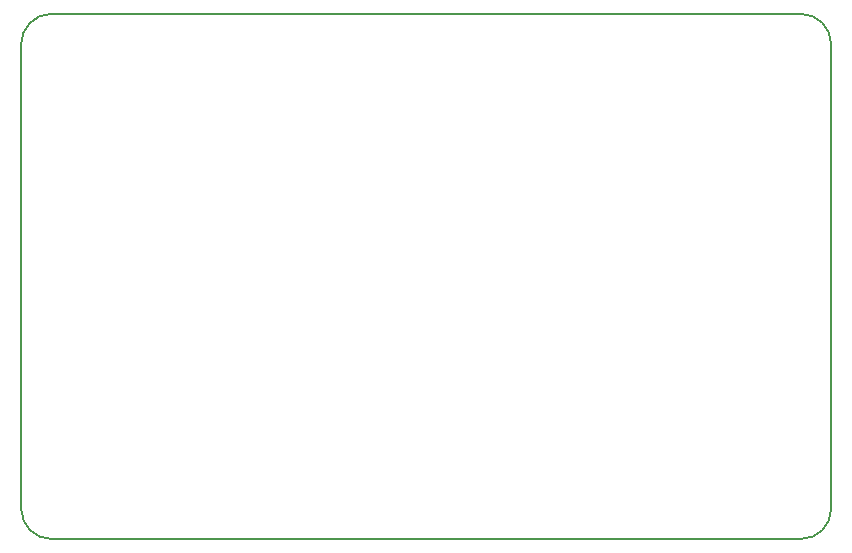
<source format=gbr>
G04 #@! TF.GenerationSoftware,KiCad,Pcbnew,5.1.6-c6e7f7d~87~ubuntu16.04.1*
G04 #@! TF.CreationDate,2020-09-01T19:23:28-04:00*
G04 #@! TF.ProjectId,Controller,436f6e74-726f-46c6-9c65-722e6b696361,rev?*
G04 #@! TF.SameCoordinates,PX5734380PY65bcec0*
G04 #@! TF.FileFunction,Profile,NP*
%FSLAX46Y46*%
G04 Gerber Fmt 4.6, Leading zero omitted, Abs format (unit mm)*
G04 Created by KiCad (PCBNEW 5.1.6-c6e7f7d~87~ubuntu16.04.1) date 2020-09-01 19:23:28*
%MOMM*%
%LPD*%
G01*
G04 APERTURE LIST*
G04 #@! TA.AperFunction,Profile*
%ADD10C,0.150000*%
G04 #@! TD*
G04 APERTURE END LIST*
D10*
X0Y-41910000D02*
X0Y-2540000D01*
X68580000Y-41910000D02*
X68580000Y-2540000D01*
X0Y-41910000D02*
G75*
G03*
X2540000Y-44450000I2540000J0D01*
G01*
X2540000Y0D02*
G75*
G03*
X0Y-2540000I0J-2540000D01*
G01*
X68580000Y-2540000D02*
G75*
G03*
X66040000Y0I-2540000J0D01*
G01*
X66040000Y-44450000D02*
G75*
G03*
X68580000Y-41910000I0J2540000D01*
G01*
X2540000Y0D02*
X66040000Y0D01*
X66040000Y-44450000D02*
X2540000Y-44450000D01*
M02*

</source>
